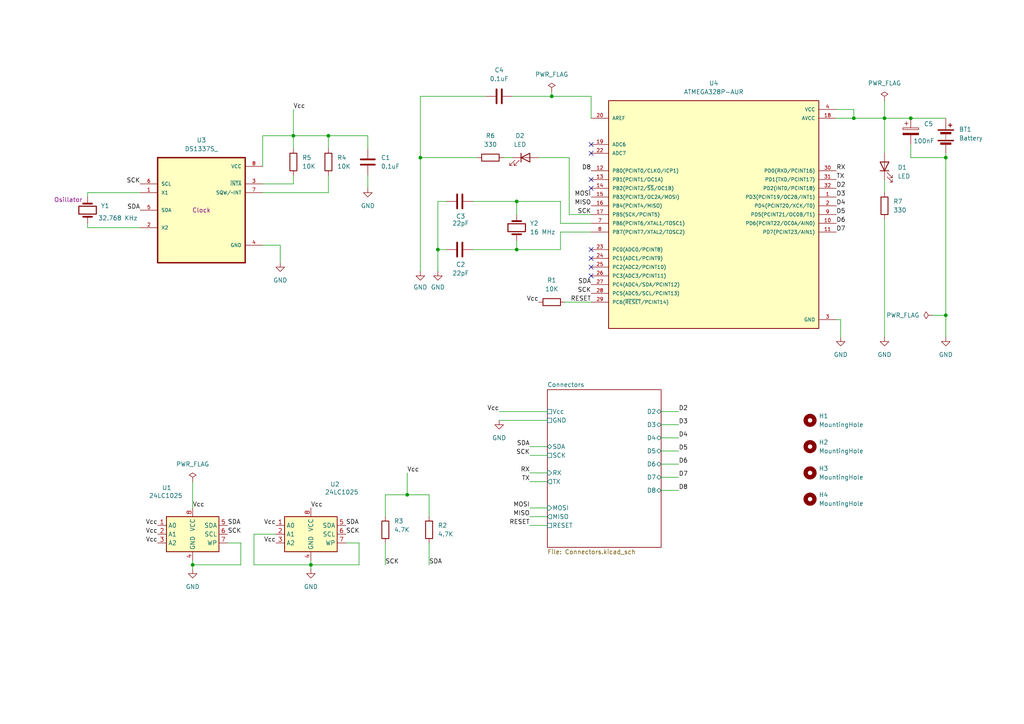
<source format=kicad_sch>
(kicad_sch (version 20250114) (generator "eeschema") (generator_version "9.0")
  (paper "A4")
  (title_block (title "${project_name}") (date "2025-11-30") (rev "1"))
  (lib_symbols
    (symbol "ATMEGA328P-AUR:ATMEGA328P-AUR" (pin_names (offset 1.016))
      (property "Reference" "U4" (at 0 38.1 0))
      (property "Value" "ATMEGA328P-AUR" (at 0 35.56 0))
      (symbol "ATMEGA328P-AUR_0_0"
        (rectangle (start -30.48 33.02) (end 30.48 -33.02) (stroke (width 0.254)) (fill (type background)))
        (pin power_in line (at -35.56 27.94 0) (length 5.08) (name "AREF") (number "20"))
        (pin input line (at -35.56 20.32 0) (length 5.08) (name "ADC6") (number "19"))
        (pin input line (at -35.56 17.78 0) (length 5.08) (name "ADC7") (number "22"))
        (pin bidirectional line (at -35.56 12.7 0) (length 5.08) (name "PB0(PCINT0/CLKO/ICP1)") (number "12"))
        (pin bidirectional line (at -35.56 10.16 0) (length 5.08) (name "PB1(PCINT1/OC1A)") (number "13"))
        (pin bidirectional line (at -35.56 7.62 0) (length 5.08) (name "PB2(PCINT2/~{SS}/OC1B)") (number "14"))
        (pin bidirectional line (at -35.56 5.08 0) (length 5.08) (name "PB3(PCINT3/OC2A/MOSI)") (number "15"))
        (pin bidirectional line (at -35.56 2.54 0) (length 5.08) (name "PB4(PCINT4/MISO)") (number "16"))
        (pin bidirectional line (at -35.56 0 0) (length 5.08) (name "PB5(SCK/PCINT5)") (number "17"))
        (pin bidirectional line (at -35.56 -2.54 0) (length 5.08) (name "PB6(PCINT6/XTAL1/TOSC1)") (number "7"))
        (pin bidirectional line (at -35.56 -5.08 0) (length 5.08) (name "PB7(PCINT7/XTAL2/TOSC2)") (number "8"))
        (pin bidirectional line (at -35.56 -10.16 0) (length 5.08) (name "PC0(ADC0/PCINT8)") (number "23"))
        (pin bidirectional line (at -35.56 -12.7 0) (length 5.08) (name "PC1(ADC1/PCINT9)") (number "24"))
        (pin bidirectional line (at -35.56 -15.24 0) (length 5.08) (name "PC2(ADC2/PCINT10)") (number "25"))
        (pin bidirectional line (at -35.56 -17.78 0) (length 5.08) (name "PC3(ADC3/PCINT11)") (number "26"))
        (pin bidirectional line (at -35.56 -20.32 0) (length 5.08) (name "PC4(ADC4/SDA/PCINT12)") (number "27"))
        (pin bidirectional line (at -35.56 -22.86 0) (length 5.08) (name "PC5(ADC5/SCL/PCINT13)") (number "28"))
        (pin bidirectional line (at -35.56 -25.4 0) (length 5.08) (name "PC6(~{RESET}/PCINT14)") (number "29"))
        (pin power_in line (at 35.56 30.48 180) (length 5.08) (name "VCC") (number "4"))
        (pin power_in line (at 35.56 30.48 180) (length 5.08) (hide yes) (name "VCC") (number "6"))
        (pin power_in line (at 35.56 27.94 180) (length 5.08) (name "AVCC") (number "18"))
        (pin bidirectional line (at 35.56 12.7 180) (length 5.08) (name "PD0(RXD/PCINT16)") (number "30"))
        (pin bidirectional line (at 35.56 10.16 180) (length 5.08) (name "PD1(TXD/PCINT17)") (number "31"))
        (pin bidirectional line (at 35.56 7.62 180) (length 5.08) (name "PD2(INT0/PCINT18)") (number "32"))
        (pin bidirectional line (at 35.56 5.08 180) (length 5.08) (name "PD3(PCINT19/OC2B/INT1)") (number "1"))
        (pin bidirectional line (at 35.56 2.54 180) (length 5.08) (name "PD4(PCINT20/XCK/T0)") (number "2"))
        (pin bidirectional line (at 35.56 0 180) (length 5.08) (name "PD5(PCINT21/OC0B/T1)") (number "9"))
        (pin bidirectional line (at 35.56 -2.54 180) (length 5.08) (name "PD6(PCINT22/OC0A/AIN0)") (number "10"))
        (pin bidirectional line (at 35.56 -5.08 180) (length 5.08) (name "PD7(PCINT23/AIN1)") (number "11"))
        (pin power_in line (at 35.56 -30.48 180) (length 5.08) (hide yes) (name "GND") (number "21"))
        (pin power_in line (at 35.56 -30.48 180) (length 5.08) (name "GND") (number "3"))
        (pin power_in line (at 35.56 -30.48 180) (length 5.08) (hide yes) (name "GND") (number "5"))
      )
    )
    (symbol "DS1337S_:DS1337S_" (pin_names (offset 1.016))
      (property "Reference" "U" (at -12.7 16.24 0))
      (property "Value" "DS1337S_" (at -12.7 -19.24 0))
      (symbol "DS1337S__0_0"
        (rectangle (start -12.7 -15.24) (end 12.7 15.24) (stroke (width 0.41)) (fill (type background)))
        (pin input line (at -17.78 7.62 0) (length 5.08) (name "SCL") (number "6"))
        (pin input line (at -17.78 5.08 0) (length 5.08) (name "X1") (number "1"))
        (pin bidirectional line (at -17.78 0 0) (length 5.08) (name "SDA") (number "5"))
        (pin bidirectional line (at -17.78 -5.08 0) (length 5.08) (name "X2") (number "2"))
        (pin power_in line (at 17.78 12.7 180) (length 5.08) (name "VCC") (number "8"))
        (pin output line (at 17.78 7.62 180) (length 5.08) (name "~{INTA}") (number "3"))
        (pin output line (at 17.78 5.08 180) (length 5.08) (name "SQW/~INT") (number "7"))
        (pin power_in line (at 17.78 -10.16 180) (length 5.08) (name "GND") (number "4"))
      )
    )
    (symbol "Device:Battery" (pin_numbers (hide yes)) (pin_names (offset 0) (hide yes))
      (property "Reference" "BT" (at 2.54 2.54 0))
      (property "Value" "Battery" (at 2.54 0 0))
      (symbol "Battery_0_1"
        (rectangle (start -2.286 1.778) (end 2.286 1.524) (fill (type outline)))
        (rectangle (start -2.286 -1.27) (end 2.286 -1.524) (fill (type outline)))
        (rectangle (start -1.524 1.016) (end 1.524 0.508) (fill (type outline)))
        (rectangle (start -1.524 -2.032) (end 1.524 -2.54) (fill (type outline)))
        (polyline (pts (xy 0 1.778) (xy 0 2.54)))
        (polyline (pts (xy 0 0) (xy 0 0.254)))
        (polyline (pts (xy 0 -0.508) (xy 0 -0.254)))
        (polyline (pts (xy 0 -1.016) (xy 0 -0.762)))
        (polyline (pts (xy 0.762 3.048) (xy 1.778 3.048)) (stroke (width 0.254)))
        (polyline (pts (xy 1.27 3.556) (xy 1.27 2.54)) (stroke (width 0.254)))
      )
      (symbol "Battery_1_1"
        (pin passive line (at 0 5.08 270) (length 2.54) (name "+") (number "1"))
        (pin passive line (at 0 -5.08 90) (length 2.54) (name "-") (number "2"))
      )
    )
    (symbol "Device:C" (pin_numbers (hide yes)) (pin_names (offset 0.254))
      (property "Reference" "C" (at 0.635 2.54 0))
      (property "Value" "C" (at 0.635 -2.54 0))
      (symbol "C_0_1"
        (polyline (pts (xy -2.032 0.762) (xy 2.032 0.762)) (stroke (width 0.508)))
        (polyline (pts (xy -2.032 -0.762) (xy 2.032 -0.762)) (stroke (width 0.508)))
      )
      (symbol "C_1_1"
        (pin passive line (at 0 3.81 270) (length 2.794) (name "~") (number "1"))
        (pin passive line (at 0 -3.81 90) (length 2.794) (name "~") (number "2"))
      )
    )
    (symbol "Device:C_Polarized" (pin_numbers (hide yes)) (pin_names (offset 0.254))
      (property "Reference" "C" (at 0.635 2.54 0))
      (property "Value" "C_Polarized" (at 0.635 -2.54 0))
      (symbol "C_Polarized_0_1"
        (rectangle (start -2.286 0.508) (end 2.286 1.016))
        (polyline (pts (xy -1.778 2.286) (xy -0.762 2.286)))
        (polyline (pts (xy -1.27 2.794) (xy -1.27 1.778)))
        (rectangle (start 2.286 -0.508) (end -2.286 -1.016) (fill (type outline)))
      )
      (symbol "C_Polarized_1_1"
        (pin passive line (at 0 3.81 270) (length 2.794) (name "~") (number "1"))
        (pin passive line (at 0 -3.81 90) (length 2.794) (name "~") (number "2"))
      )
    )
    (symbol "Device:Crystal" (pin_numbers (hide yes)) (pin_names (offset 1.016) (hide yes))
      (property "Reference" "Y" (at 0 3.81 0))
      (property "Value" "Crystal" (at 0 -3.81 0))
      (symbol "Crystal_0_1"
        (polyline (pts (xy -2.54 0) (xy -1.905 0)))
        (polyline (pts (xy -1.905 -1.27) (xy -1.905 1.27)) (stroke (width 0.508)))
        (rectangle (start -1.143 2.54) (end 1.143 -2.54) (stroke (width 0.3048)))
        (polyline (pts (xy 1.905 -1.27) (xy 1.905 1.27)) (stroke (width 0.508)))
        (polyline (pts (xy 2.54 0) (xy 1.905 0)))
      )
      (symbol "Crystal_1_1"
        (pin passive line (at -3.81 0 0) (length 1.27) (name "1") (number "1"))
        (pin passive line (at 3.81 0 180) (length 1.27) (name "2") (number "2"))
      )
    )
    (symbol "Device:LED" (pin_numbers (hide yes)) (pin_names (offset 1.016) (hide yes))
      (property "Reference" "D" (at 0 2.54 0))
      (property "Value" "LED" (at 0 -2.54 0))
      (symbol "LED_0_1"
        (polyline (pts (xy -3.048 -0.762) (xy -4.572 -2.286) (xy -3.81 -2.286) (xy -4.572 -2.286) (xy -4.572 -1.524)))
        (polyline (pts (xy -1.778 -0.762) (xy -3.302 -2.286) (xy -2.54 -2.286) (xy -3.302 -2.286) (xy -3.302 -1.524)))
        (polyline (pts (xy -1.27 0) (xy 1.27 0)))
        (polyline (pts (xy -1.27 -1.27) (xy -1.27 1.27)) (stroke (width 0.254)))
        (polyline (pts (xy 1.27 -1.27) (xy 1.27 1.27) (xy -1.27 0) (xy 1.27 -1.27)) (stroke (width 0.254)))
      )
      (symbol "LED_1_1"
        (pin passive line (at -3.81 0 0) (length 2.54) (name "K") (number "1"))
        (pin passive line (at 3.81 0 180) (length 2.54) (name "A") (number "2"))
      )
    )
    (symbol "Device:R" (pin_numbers (hide yes)) (pin_names (offset 0))
      (property "Reference" "R" (at 2.032 0 90))
      (property "Value" "R" (at 0 0 90))
      (symbol "R_0_1"
        (rectangle (start -1.016 -2.54) (end 1.016 2.54) (stroke (width 0.254)))
      )
      (symbol "R_1_1"
        (pin passive line (at 0 3.81 270) (length 1.27) (name "~") (number "1"))
        (pin passive line (at 0 -3.81 90) (length 1.27) (name "~") (number "2"))
      )
    )
    (symbol "Mechanical:MountingHole" (pin_names (offset 1.016)) (in_bom no)
      (property "Reference" "H" (at 0 5.08 0))
      (property "Value" "MountingHole" (at 0 3.175 0))
      (symbol "MountingHole_0_1"
        (circle (center 0 0) (radius 1.27) (stroke (width 1.27)))
      )
    )
    (symbol "Memory_EEPROM:24LC1025"
      (property "Reference" "U" (at -6.35 6.35 0))
      (property "Value" "24LC1025" (at 1.27 6.35 0))
      (symbol "24LC1025_1_1"
        (rectangle (start -7.62 5.08) (end 7.62 -5.08) (stroke (width 0.254)) (fill (type background)))
        (pin input line (at -10.16 2.54 0) (length 2.54) (name "A0") (number "1"))
        (pin input line (at -10.16 0 0) (length 2.54) (name "A1") (number "2"))
        (pin input line (at -10.16 -2.54 0) (length 2.54) (name "A2") (number "3"))
        (pin power_in line (at 0 7.62 270) (length 2.54) (name "VCC") (number "8"))
        (pin power_in line (at 0 -7.62 90) (length 2.54) (name "GND") (number "4"))
        (pin bidirectional line (at 10.16 2.54 180) (length 2.54) (name "SDA") (number "5"))
        (pin input line (at 10.16 0 180) (length 2.54) (name "SCL") (number "6"))
        (pin input line (at 10.16 -2.54 180) (length 2.54) (name "WP") (number "7"))
      )
    )
    (symbol "power:GND" (power) (pin_numbers (hide yes)) (pin_names (offset 0) (hide yes))
      (property "Value" "GND" (at 0 -3.81 0))
      (symbol "GND_0_1"
        (polyline (pts (xy 0 0) (xy 0 -1.27) (xy 1.27 -1.27) (xy 0 -2.54) (xy -1.27 -1.27) (xy 0 -1.27)))
      )
      (symbol "GND_1_1"
        (pin power_in line (at 0 0 270) (length 0) (name "~") (number "1"))
      )
    )
    (symbol "power:PWR_FLAG" (power) (pin_numbers (hide yes)) (pin_names (offset 0) (hide yes))
      (property "Value" "PWR_FLAG" (at 0 3.81 0))
      (symbol "PWR_FLAG_0_0"
        (pin power_out line (at 0 0 90) (length 0) (name "~") (number "1"))
      )
      (symbol "PWR_FLAG_0_1"
        (polyline (pts (xy 0 0) (xy 0 1.27) (xy -1.016 1.905) (xy 0 2.54) (xy 1.016 1.905) (xy 0 1.27)))
      )
    )
  )
  (junction (at 118.11 143.51))
  (junction (at 149.86 72.39))
  (junction (at 274.32 91.44))
  (junction (at 127 72.39))
  (junction (at 55.88 163.83))
  (junction (at 264.16 34.29))
  (junction (at 149.86 58.42))
  (junction (at 256.54 34.29))
  (junction (at 247.65 34.29))
  (junction (at 160.02 27.94))
  (junction (at 95.25 39.37))
  (junction (at 90.17 163.83))
  (junction (at 121.92 45.72))
  (junction (at 85.09 39.37))
  (junction (at 274.32 45.72))
  (no_connect (at 171.45 52.07))
  (no_connect (at 171.45 44.45))
  (no_connect (at 171.45 77.47))
  (no_connect (at 171.45 72.39))
  (no_connect (at 171.45 41.91))
  (no_connect (at 171.45 80.01))
  (no_connect (at 171.45 74.93))
  (no_connect (at 171.45 54.61))
  (wire (pts (xy 69.85 157.48) (xy 69.85 163.83)))
  (wire (pts (xy 247.65 34.29) (xy 256.54 34.29)))
  (wire (pts (xy 171.45 27.94) (xy 171.45 34.29)))
  (wire (pts (xy 243.84 92.71) (xy 243.84 97.79)))
  (wire (pts (xy 40.64 55.88) (xy 25.4 55.88)))
  (wire (pts (xy 76.2 55.88) (xy 95.25 55.88)))
  (wire (pts (xy 165.1 62.23) (xy 171.45 62.23)))
  (wire (pts (xy 256.54 29.21) (xy 256.54 34.29)))
  (wire (pts (xy 95.25 39.37) (xy 106.68 39.37)))
  (wire (pts (xy 55.88 139.7) (xy 55.88 147.32)))
  (wire (pts (xy 85.09 39.37) (xy 95.25 39.37)))
  (wire (pts (xy 242.57 34.29) (xy 247.65 34.29)))
  (wire (pts (xy 73.66 154.94) (xy 73.66 163.83)))
  (wire (pts (xy 163.83 87.63) (xy 171.45 87.63)))
  (wire (pts (xy 106.68 54.61) (xy 106.68 50.8)))
  (wire (pts (xy 149.86 72.39) (xy 162.56 72.39)))
  (wire (pts (xy 76.2 48.26) (xy 76.2 39.37)))
  (wire (pts (xy 274.32 45.72) (xy 274.32 91.44)))
  (wire (pts (xy 256.54 63.5) (xy 256.54 97.79)))
  (wire (pts (xy 80.01 154.94) (xy 73.66 154.94)))
  (wire (pts (xy 25.4 55.88) (xy 25.4 57.15)))
  (wire (pts (xy 162.56 58.42) (xy 149.86 58.42)))
  (wire (pts (xy 242.57 31.75) (xy 247.65 31.75)))
  (wire (pts (xy 191.77 142.24) (xy 196.85 142.24)))
  (wire (pts (xy 247.65 31.75) (xy 247.65 34.29)))
  (wire (pts (xy 66.04 157.48) (xy 69.85 157.48)))
  (wire (pts (xy 191.77 123.19) (xy 196.85 123.19)))
  (wire (pts (xy 121.92 27.94) (xy 121.92 45.72)))
  (wire (pts (xy 111.76 157.48) (xy 111.76 163.83)))
  (wire (pts (xy 160.02 26.67) (xy 160.02 27.94)))
  (wire (pts (xy 191.77 127) (xy 196.85 127)))
  (wire (pts (xy 256.54 34.29) (xy 256.54 44.45)))
  (wire (pts (xy 144.78 121.92) (xy 158.75 121.92)))
  (wire (pts (xy 162.56 67.31) (xy 171.45 67.31)))
  (wire (pts (xy 90.17 163.83) (xy 90.17 165.1)))
  (wire (pts (xy 129.54 58.42) (xy 127 58.42)))
  (wire (pts (xy 191.77 119.38) (xy 196.85 119.38)))
  (wire (pts (xy 274.32 44.45) (xy 274.32 45.72)))
  (wire (pts (xy 191.77 138.43) (xy 196.85 138.43)))
  (wire (pts (xy 165.1 45.72) (xy 165.1 62.23)))
  (wire (pts (xy 144.78 119.38) (xy 158.75 119.38)))
  (wire (pts (xy 85.09 50.8) (xy 85.09 53.34)))
  (wire (pts (xy 81.28 71.12) (xy 81.28 76.2)))
  (wire (pts (xy 140.97 27.94) (xy 121.92 27.94)))
  (wire (pts (xy 264.16 41.91) (xy 264.16 45.72)))
  (wire (pts (xy 162.56 64.77) (xy 162.56 58.42)))
  (wire (pts (xy 264.16 34.29) (xy 274.32 34.29)))
  (wire (pts (xy 55.88 162.56) (xy 55.88 163.83)))
  (wire (pts (xy 104.14 157.48) (xy 104.14 163.83)))
  (wire (pts (xy 124.46 143.51) (xy 124.46 149.86)))
  (wire (pts (xy 162.56 72.39) (xy 162.56 67.31)))
  (wire (pts (xy 95.25 39.37) (xy 95.25 43.18)))
  (wire (pts (xy 104.14 163.83) (xy 90.17 163.83)))
  (wire (pts (xy 69.85 163.83) (xy 55.88 163.83)))
  (wire (pts (xy 137.16 72.39) (xy 149.86 72.39)))
  (wire (pts (xy 118.11 143.51) (xy 124.46 143.51)))
  (wire (pts (xy 148.59 27.94) (xy 160.02 27.94)))
  (wire (pts (xy 270.51 91.44) (xy 274.32 91.44)))
  (wire (pts (xy 137.16 58.42) (xy 149.86 58.42)))
  (wire (pts (xy 153.67 139.7) (xy 158.75 139.7)))
  (wire (pts (xy 121.92 45.72) (xy 138.43 45.72)))
  (wire (pts (xy 256.54 52.07) (xy 256.54 55.88)))
  (wire (pts (xy 264.16 45.72) (xy 274.32 45.72)))
  (wire (pts (xy 111.76 149.86) (xy 111.76 143.51)))
  (wire (pts (xy 153.67 129.54) (xy 158.75 129.54)))
  (wire (pts (xy 160.02 27.94) (xy 171.45 27.94)))
  (wire (pts (xy 111.76 143.51) (xy 118.11 143.51)))
  (wire (pts (xy 73.66 163.83) (xy 90.17 163.83)))
  (wire (pts (xy 171.45 64.77) (xy 162.56 64.77)))
  (wire (pts (xy 153.67 132.08) (xy 158.75 132.08)))
  (wire (pts (xy 100.33 157.48) (xy 104.14 157.48)))
  (wire (pts (xy 153.67 147.32) (xy 158.75 147.32)))
  (wire (pts (xy 118.11 137.16) (xy 118.11 143.51)))
  (wire (pts (xy 76.2 39.37) (xy 85.09 39.37)))
  (wire (pts (xy 90.17 162.56) (xy 90.17 163.83)))
  (wire (pts (xy 85.09 39.37) (xy 85.09 43.18)))
  (wire (pts (xy 149.86 69.85) (xy 149.86 72.39)))
  (wire (pts (xy 85.09 31.75) (xy 85.09 39.37)))
  (wire (pts (xy 106.68 39.37) (xy 106.68 43.18)))
  (wire (pts (xy 153.67 137.16) (xy 158.75 137.16)))
  (wire (pts (xy 25.4 66.04) (xy 25.4 64.77)))
  (wire (pts (xy 124.46 157.48) (xy 124.46 163.83)))
  (wire (pts (xy 256.54 34.29) (xy 264.16 34.29)))
  (wire (pts (xy 121.92 45.72) (xy 121.92 78.74)))
  (wire (pts (xy 191.77 134.62) (xy 196.85 134.62)))
  (wire (pts (xy 149.86 58.42) (xy 149.86 62.23)))
  (wire (pts (xy 153.67 149.86) (xy 158.75 149.86)))
  (wire (pts (xy 146.05 45.72) (xy 148.59 45.72)))
  (wire (pts (xy 40.64 66.04) (xy 25.4 66.04)))
  (wire (pts (xy 127 72.39) (xy 129.54 72.39)))
  (wire (pts (xy 76.2 53.34) (xy 85.09 53.34)))
  (wire (pts (xy 95.25 55.88) (xy 95.25 50.8)))
  (wire (pts (xy 55.88 163.83) (xy 55.88 165.1)))
  (wire (pts (xy 127 58.42) (xy 127 72.39)))
  (wire (pts (xy 242.57 92.71) (xy 243.84 92.71)))
  (wire (pts (xy 156.21 45.72) (xy 165.1 45.72)))
  (wire (pts (xy 76.2 71.12) (xy 81.28 71.12)))
  (wire (pts (xy 127 78.74) (xy 127 72.39)))
  (wire (pts (xy 153.67 152.4) (xy 158.75 152.4)))
  (wire (pts (xy 274.32 91.44) (xy 274.32 97.79)))
  (wire (pts (xy 191.77 130.81) (xy 196.85 130.81)))
  (label "Vcc" (at 55.88 147.32 0))
  (label "SCK" (at 171.45 85.09 180))
  (label "MISO" (at 171.45 59.69 180))
  (label "D5" (at 242.57 62.23 0))
  (label "SDA" (at 100.33 152.4 0))
  (label "D3" (at 242.57 57.15 0))
  (label "D5" (at 196.85 130.81 0))
  (label "SDA" (at 124.46 163.83 0))
  (label "SCK" (at 171.45 62.23 180))
  (label "Vcc" (at 45.72 157.48 180))
  (label "SDA" (at 153.67 129.54 180))
  (label "SDA" (at 66.04 152.4 0))
  (label "RESET" (at 171.45 87.63 180))
  (label "Vcc" (at 118.11 137.16 0))
  (label "RX" (at 153.67 137.16 180))
  (label "MOSI" (at 171.45 57.15 180))
  (label "SDA" (at 171.45 82.55 180))
  (label "D6" (at 196.85 134.62 0))
  (label "SCK" (at 100.33 154.94 0))
  (label "Vcc" (at 85.09 31.75 0))
  (label "D8" (at 171.45 49.53 180))
  (label "Vcc" (at 80.01 157.48 180))
  (label "SCK" (at 66.04 154.94 0))
  (label "RX" (at 242.57 49.53 0))
  (label "MOSI" (at 153.67 147.32 180))
  (label "RESET" (at 153.67 152.4 180))
  (label "Vcc" (at 156.21 87.63 180))
  (label "D4" (at 196.85 127 0))
  (label "SCK" (at 111.76 163.83 0))
  (label "SCK" (at 40.64 53.34 180))
  (label "D3" (at 196.85 123.19 0))
  (label "D8" (at 196.85 142.24 0))
  (label "Vcc" (at 80.01 152.4 180))
  (label "Vcc" (at 45.72 154.94 180))
  (label "D2" (at 196.85 119.38 0))
  (label "D4" (at 242.57 59.69 0))
  (label "Vcc" (at 144.78 119.38 180))
  (label "MISO" (at 153.67 149.86 180))
  (label "SDA" (at 40.64 60.96 180))
  (label "TX" (at 153.67 139.7 180))
  (label "TX" (at 242.57 52.07 0))
  (label "D7" (at 196.85 138.43 0))
  (label "Vcc" (at 45.72 152.4 180))
  (label "D6" (at 242.57 64.77 0))
  (label "D7" (at 242.57 67.31 0))
  (label "SCK" (at 153.67 132.08 180))
  (label "Vcc" (at 90.17 147.32 0))
  (label "D2" (at 242.57 54.61 0))
  (symbol (lib_id "power:GND") (at 274.32 97.79 0) (unit 1)
    (property "Reference" "#PWR07" (effects (hide yes)))
    (property "Value" "GND" (at 274.32 102.87 0))
    (property "Description" "Power symbol creates a global label with name \"GND\" , ground" (effects (hide yes)))
  )
  (symbol (lib_id "power:GND") (at 144.78 121.92 0) (unit 1)
    (property "Reference" "#PWR09" (effects (hide yes)))
    (property "Value" "GND" (at 144.78 127 0))
    (property "Description" "Power symbol creates a global label with name \"GND\" , ground" (effects (hide yes)))
  )
  (symbol (lib_id "Device:Battery") (at 274.32 39.37 0) (unit 1)
    (property "Reference" "BT1" (at 278.13 37.5284 0) (effects (justify left)))
    (property "Value" "Battery" (at 278.13 40.0684 0) (effects (justify left)))
    (property "Footprint" "Connector_PinHeader_2.54mm:PinHeader_1x02_P2.54mm_Vertical" (effects (hide yes)))
    (property "Description" "Multiple-cell battery" (effects (hide yes)))
  )
  (symbol (lib_id "power:GND") (at 243.84 97.79 0) (unit 1)
    (property "Reference" "#PWR05" (effects (hide yes)))
    (property "Value" "GND" (at 243.84 102.87 0))
    (property "Description" "Power symbol creates a global label with name \"GND\" , ground" (effects (hide yes)))
  )
  (symbol (lib_id "power:PWR_FLAG") (at 55.88 139.7 0) (unit 1)
    (property "Reference" "#FLG03" (effects (hide yes)))
    (property "Value" "PWR_FLAG" (at 55.88 134.62 0))
    (property "Description" "Special symbol for telling ERC where power comes from" (effects (hide yes)))
  )
  (symbol (lib_id "Device:C") (at 144.78 27.94 90) (unit 1)
    (property "Reference" "C4" (at 144.78 20.32 90))
    (property "Value" "0.1uF" (at 144.78 22.86 90))
    (property "Footprint" "Capacitor_SMD:C_0805_2012Metric" (effects (hide yes)))
    (property "Description" "Unpolarized capacitor" (effects (hide yes)))
  )
  (symbol (lib_id "Device:C") (at 106.68 46.99 0) (unit 1)
    (property "Reference" "C1" (at 110.49 45.7199 0) (effects (justify left)))
    (property "Value" "0.1uF" (at 110.49 48.2599 0) (effects (justify left)))
    (property "Footprint" "Capacitor_SMD:C_0805_2012Metric" (effects (hide yes)))
    (property "Description" "Unpolarized capacitor" (effects (hide yes)))
  )
  (symbol (lib_id "power:GND") (at 55.88 165.1 0) (unit 1)
    (property "Reference" "#PWR03" (effects (hide yes)))
    (property "Value" "GND" (at 55.88 170.18 0))
    (property "Description" "Power symbol creates a global label with name \"GND\" , ground" (effects (hide yes)))
  )
  (symbol (lib_id "Device:C_Polarized") (at 264.16 38.1 0) (unit 1)
    (property "Reference" "C5" (at 267.97 35.9409 0) (effects (justify left)))
    (property "Value" "100nF" (at 264.922 40.894 0) (effects (justify left)))
    (property "Footprint" "Capacitor_SMD:C_0805_2012Metric" (effects (hide yes)))
    (property "Description" "Polarized capacitor" (effects (hide yes)))
  )
  (symbol (lib_id "power:GND") (at 90.17 165.1 0) (unit 1)
    (property "Reference" "#PWR04" (effects (hide yes)))
    (property "Value" "GND" (at 90.17 170.18 0))
    (property "Description" "Power symbol creates a global label with name \"GND\" , ground" (effects (hide yes)))
  )
  (symbol (lib_id "Mechanical:MountingHole") (at 234.95 144.78 0) (unit 1) (in_bom no)
    (property "Reference" "H4" (at 237.49 143.5099 0) (effects (justify left)))
    (property "Value" "MountingHole" (at 237.49 146.0499 0) (effects (justify left)))
    (property "Footprint" "MountingHole:MountingHole_2.1mm" (effects (hide yes)))
    (property "Description" "Mounting Hole without connection" (effects (hide yes)))
  )
  (symbol (lib_id "DS1337S_:DS1337S_") (at 58.42 60.96 0) (unit 1)
    (property "Reference" "U3" (at 58.42 40.64 0))
    (property "Value" "DS1337S_" (at 58.42 43.18 0))
    (property "Footprint" "Footprints:SOIC127P600X175-8N" (effects (hide yes)))
    (property "MF" "Maxim Integrated Products" (effects (hide yes)))
    (property "Description_1" "Real Time Clock (RTC) IC Clock/Calendar I2C, 2-Wire Serial 8-SOIC (0.154, 3.90mm Width)" (effects (hide yes)))
    (property "Package" "SOIC-8 Maxim" (effects (hide yes)))
    (property "Price" "None" (effects (hide yes)))
    (property "SnapEDA_Link" "https://www.snapeda.com/parts/DS1337S+/Maxim+Integrated/view-part/?ref=snap" (effects (hide yes)))
    (property "MP" "DS1337S+" (effects (hide yes)))
    (property "Availability" "In Stock" (effects (hide yes)))
    (property "Check_prices" "https://www.snapeda.com/parts/DS1337S+/Maxim+Integrated/view-part/?ref=eda" (effects (hide yes)))
    (property "Purpose" "Clock" (at 58.42 60.96 0))
  )
  (symbol (lib_id "Device:C") (at 133.35 72.39 90) (unit 1)
    (property "Reference" "C2" (at 133.604 76.708 90))
    (property "Value" "22pF" (at 133.604 79.248 90))
    (property "Footprint" "Capacitor_SMD:C_0805_2012Metric" (effects (hide yes)))
    (property "Description" "Unpolarized capacitor" (effects (hide yes)))
  )
  (symbol (lib_id "Device:R") (at 111.76 153.67 0) (unit 1)
    (property "Reference" "R3" (at 114.3 151.1299 0) (effects (justify left)))
    (property "Value" "4.7K" (at 114.3 153.6699 0) (effects (justify left)))
    (property "Footprint" "Resistor_SMD:R_0805_2012Metric" (effects (hide yes)))
    (property "Description" "Resistor" (effects (hide yes)))
    (property "Purpose" "Pull Up Resisitor" (effects (hide yes)))
  )
  (symbol (lib_id "Device:R") (at 95.25 46.99 0) (unit 1)
    (property "Reference" "R4" (at 97.79 45.7199 0) (effects (justify left)))
    (property "Value" "10K" (at 97.79 48.2599 0) (effects (justify left)))
    (property "Footprint" "Resistor_SMD:R_0805_2012Metric" (effects (hide yes)))
    (property "Description" "Resistor" (effects (hide yes)))
  )
  (symbol (lib_id "Device:R") (at 256.54 59.69 0) (unit 1)
    (property "Reference" "R7" (at 259.08 58.4199 0) (effects (justify left)))
    (property "Value" "330" (at 259.08 60.9599 0) (effects (justify left)))
    (property "Footprint" "Resistor_SMD:R_0805_2012Metric" (effects (hide yes)))
    (property "Description" "Resistor" (effects (hide yes)))
  )
  (symbol (lib_id "power:GND") (at 127 78.74 0) (unit 1)
    (property "Reference" "#PWR08" (effects (hide yes)))
    (property "Value" "GND" (at 129.032 83.312 0) (effects (justify right)))
    (property "Description" "Power symbol creates a global label with name \"GND\" , ground" (effects (hide yes)))
  )
  (symbol (lib_id "Device:C") (at 133.35 58.42 90) (unit 1)
    (property "Reference" "C3" (at 133.604 62.738 90))
    (property "Value" "22pF" (at 133.604 64.77 90))
    (property "Footprint" "Capacitor_SMD:C_0805_2012Metric" (effects (hide yes)))
    (property "Description" "Unpolarized capacitor" (effects (hide yes)))
  )
  (symbol (lib_id "Device:R") (at 85.09 46.99 0) (unit 1)
    (property "Reference" "R5" (at 87.63 45.7199 0) (effects (justify left)))
    (property "Value" "10K" (at 87.63 48.2599 0) (effects (justify left)))
    (property "Footprint" "Resistor_SMD:R_0805_2012Metric" (effects (hide yes)))
    (property "Description" "Resistor" (effects (hide yes)))
  )
  (symbol (lib_id "Mechanical:MountingHole") (at 234.95 137.16 0) (unit 1) (in_bom no)
    (property "Reference" "H3" (at 237.49 135.8899 0) (effects (justify left)))
    (property "Value" "MountingHole" (at 237.49 138.4299 0) (effects (justify left)))
    (property "Footprint" "MountingHole:MountingHole_2.1mm" (effects (hide yes)))
    (property "Description" "Mounting Hole without connection" (effects (hide yes)))
  )
  (symbol (lib_id "power:PWR_FLAG") (at 160.02 26.67 0) (unit 1)
    (property "Reference" "#FLG04" (effects (hide yes)))
    (property "Value" "PWR_FLAG" (at 160.02 21.59 0))
    (property "Description" "Special symbol for telling ERC where power comes from" (effects (hide yes)))
  )
  (symbol (lib_id "Mechanical:MountingHole") (at 234.95 129.54 0) (unit 1) (in_bom no)
    (property "Reference" "H2" (at 237.49 128.2699 0) (effects (justify left)))
    (property "Value" "MountingHole" (at 237.49 130.8099 0) (effects (justify left)))
    (property "Footprint" "MountingHole:MountingHole_2.1mm" (effects (hide yes)))
    (property "Description" "Mounting Hole without connection" (effects (hide yes)))
  )
  (symbol (lib_id "Memory_EEPROM:24LC1025") (at 55.88 154.94 0) (unit 1)
    (property "Reference" "U1" (at 46.99 141.478 0) (effects (justify left)))
    (property "Value" "24LC1025" (at 43.18 143.764 0) (effects (justify left)))
    (property "Footprint" "Package_SO:SOIC-8_5.3x5.3mm_P1.27mm" (effects (hide yes)))
    (property "Datasheet" "http://ww1.microchip.com/downloads/en/DeviceDoc/21941B.pdf" (effects (hide yes)))
    (property "Description" "I2C Serial EEPROM, 1024Kb, DIP-8/SOIC-8/TSSOP-8/DFN-8" (effects (hide yes)))
  )
  (symbol (lib_id "Device:R") (at 124.46 153.67 0) (unit 1)
    (property "Reference" "R2" (at 127 152.3999 0) (effects (justify left)))
    (property "Value" "4.7K" (at 127 154.9399 0) (effects (justify left)))
    (property "Footprint" "Resistor_SMD:R_0805_2012Metric" (effects (hide yes)))
    (property "Description" "Resistor" (effects (hide yes)))
    (property "Purpose" "Pull Up Resisitor" (effects (hide yes)))
  )
  (symbol (lib_id "power:PWR_FLAG") (at 256.54 29.21 0) (unit 1)
    (property "Reference" "#FLG01" (effects (hide yes)))
    (property "Value" "PWR_FLAG" (at 256.54 24.13 0))
    (property "Description" "Special symbol for telling ERC where power comes from" (effects (hide yes)))
  )
  (symbol (lib_id "ATMEGA328P-AUR:ATMEGA328P-AUR") (at 207.01 62.23 0) (unit 1)
    (property "Reference" "U4" (at 207.01 24.13 0))
    (property "Value" "ATMEGA328P-AUR" (at 207.01 26.67 0))
    (property "Footprint" "Footprints:QFP80P900X900X120-32N" (effects (hide yes)))
    (property "MF" "Microchip" (effects (hide yes)))
    (property "Description_1" "AVR AVR® ATmega Microcontroller IC 8-Bit 20MHz 32KB (16K x 16) FLASH 32-TQFP (7x7)" (effects (hide yes)))
    (property "Package" "TQFP-32 Microchip" (effects (hide yes)))
    (property "Price" "None" (effects (hide yes)))
    (property "STANDARD" "IPC-7351B" (effects (hide yes)))
    (property "PARTREV" "A" (effects (hide yes)))
    (property "SnapEDA_Link" "https://www.snapeda.com/parts/ATMEGA328P-AUR/Microchip+Technology/view-part/?ref=snap" (effects (hide yes)))
    (property "MP" "ATMEGA328P-AUR" (effects (hide yes)))
    (property "Availability" "In Stock" (effects (hide yes)))
    (property "Check_prices" "https://www.snapeda.com/parts/ATMEGA328P-AUR/Microchip+Technology/view-part/?ref=eda" (effects (hide yes)))
  )
  (symbol (lib_id "power:PWR_FLAG") (at 270.51 91.44 90) (unit 1)
    (property "Reference" "#FLG02" (effects (hide yes)))
    (property "Value" "PWR_FLAG" (at 266.7 91.4399 90) (effects (justify left)))
    (property "Description" "Special symbol for telling ERC where power comes from" (effects (hide yes)))
  )
  (symbol (lib_id "power:GND") (at 81.28 76.2 0) (unit 1)
    (property "Reference" "#PWR01" (effects (hide yes)))
    (property "Value" "GND" (at 81.28 81.28 0))
    (property "Description" "Power symbol creates a global label with name \"GND\" , ground" (effects (hide yes)))
  )
  (symbol (lib_id "Device:Crystal") (at 25.4 60.96 90) (unit 1)
    (property "Reference" "Y1" (at 29.21 59.6899 90) (effects (justify right)))
    (property "Value" "32.768 KHz" (at 28.448 63.246 90) (effects (justify right)))
    (property "Footprint" "Crystal:Crystal_SMD_5032-2Pin_5.0x3.2mm_HandSoldering" (effects (hide yes)))
    (property "Description" "Two pin crystal Oscillator" (effects (hide yes)))
    (property "Purpose" "Osillator" (at 19.812 57.912 90))
  )
  (symbol (lib_id "Device:R") (at 142.24 45.72 90) (unit 1)
    (property "Reference" "R6" (at 142.24 39.37 90))
    (property "Value" "330" (at 142.24 41.91 90))
    (property "Footprint" "Resistor_SMD:R_0805_2012Metric" (effects (hide yes)))
    (property "Description" "Resistor" (effects (hide yes)))
  )
  (symbol (lib_id "power:GND") (at 121.92 78.74 0) (unit 1)
    (property "Reference" "#PWR06" (effects (hide yes)))
    (property "Value" "GND" (at 123.952 83.312 0) (effects (justify right)))
    (property "Description" "Power symbol creates a global label with name \"GND\" , ground" (effects (hide yes)))
  )
  (symbol (lib_id "power:GND") (at 106.68 54.61 0) (unit 1)
    (property "Reference" "#PWR02" (effects (hide yes)))
    (property "Value" "GND" (at 106.68 59.69 0))
    (property "Description" "Power symbol creates a global label with name \"GND\" , ground" (effects (hide yes)))
  )
  (symbol (lib_id "Device:R") (at 160.02 87.63 90) (unit 1)
    (property "Reference" "R1" (at 160.02 81.28 90))
    (property "Value" "10K" (at 160.02 83.82 90))
    (property "Footprint" "Resistor_SMD:R_0805_2012Metric" (effects (hide yes)))
    (property "Description" "Resistor" (effects (hide yes)))
    (property "Purpose" "Pull-Up resistor" (effects (hide yes)))
  )
  (symbol (lib_id "power:GND") (at 256.54 97.79 0) (unit 1)
    (property "Reference" "#PWR010" (effects (hide yes)))
    (property "Value" "GND" (at 256.54 102.87 0))
    (property "Description" "Power symbol creates a global label with name \"GND\" , ground" (effects (hide yes)))
  )
  (symbol (lib_id "Device:LED") (at 152.4 45.72 0) (unit 1)
    (property "Reference" "D2" (at 150.8125 39.37 0))
    (property "Value" "LED" (at 150.8125 41.91 0))
    (property "Footprint" "LED_SMD:LED_0805_2012Metric" (effects (hide yes)))
    (property "Description" "Light emitting diode" (effects (hide yes)))
    (property "Sim.Pins" "1=K 2=A" (effects (hide yes)))
  )
  (symbol (lib_id "Device:Crystal") (at 149.86 66.04 90) (unit 1)
    (property "Reference" "Y2" (at 153.67 64.7699 90) (effects (justify right)))
    (property "Value" "16 MHz" (at 153.67 67.3099 90) (effects (justify right)))
    (property "Footprint" "Crystal:Crystal_SMD_5032-2Pin_5.0x3.2mm_HandSoldering" (effects (hide yes)))
    (property "Description" "Two pin crystal" (effects (hide yes)))
  )
  (symbol (lib_id "Memory_EEPROM:24LC1025") (at 90.17 154.94 0) (unit 1)
    (property "Reference" "U2" (at 95.758 140.462 0) (effects (justify left)))
    (property "Value" "24LC1025" (at 94.234 142.748 0) (effects (justify left)))
    (property "Footprint" "Package_SO:SOIC-8_5.3x5.3mm_P1.27mm" (effects (hide yes)))
    (property "Datasheet" "http://ww1.microchip.com/downloads/en/DeviceDoc/21941B.pdf" (effects (hide yes)))
    (property "Description" "I2C Serial EEPROM, 1024Kb, DIP-8/SOIC-8/TSSOP-8/DFN-8" (effects (hide yes)))
  )
  (symbol (lib_id "Device:LED") (at 256.54 48.26 90) (unit 1)
    (property "Reference" "D1" (at 260.35 48.5774 90) (effects (justify right)))
    (property "Value" "LED" (at 260.35 51.1174 90) (effects (justify right)))
    (property "Footprint" "LED_SMD:LED_0805_2012Metric" (effects (hide yes)))
    (property "Description" "Light emitting diode" (effects (hide yes)))
    (property "Sim.Pins" "1=K 2=A" (effects (hide yes)))
  )
  (symbol (lib_id "Mechanical:MountingHole") (at 234.95 121.92 0) (unit 1) (in_bom no)
    (property "Reference" "H1" (at 237.49 120.6499 0) (effects (justify left)))
    (property "Value" "MountingHole" (at 237.49 123.19 0) (effects (justify left)))
    (property "Footprint" "MountingHole:MountingHole_2.1mm" (effects (hide yes)))
    (property "Description" "Mounting Hole without connection" (effects (hide yes)))
  )
  (sheet (at 158.75 113.03) (size 33.02 45.72) (stroke (width 0.1524))
    (property "Sheetname" "Connectors" (at 158.75 112.3184 0) (effects (justify left bottom)))
    (property "Sheetfile" "Connectors.kicad_sch" (at 158.75 159.3346 0) (effects (justify left top)))
    (pin "Vcc" passive (at 158.75 119.38 180))
    (pin "GND" passive (at 158.75 121.92 180))
    (pin "SDA" bidirectional (at 158.75 129.54 180))
    (pin "SCK" passive (at 158.75 132.08 180))
    (pin "RX" input (at 158.75 137.16 180))
    (pin "TX" output (at 158.75 139.7 180))
    (pin "D2" bidirectional (at 191.77 119.38 0))
    (pin "D3" bidirectional (at 191.77 123.19 0))
    (pin "D4" bidirectional (at 191.77 127 0))
    (pin "D5" bidirectional (at 191.77 130.81 0))
    (pin "D6" bidirectional (at 191.77 134.62 0))
    (pin "D7" bidirectional (at 191.77 138.43 0))
    (pin "D8" bidirectional (at 191.77 142.24 0))
    (pin "MISO" output (at 158.75 149.86 180))
    (pin "MOSI" input (at 158.75 147.32 180))
    (pin "RESET" passive (at 158.75 152.4 180))
  )
)
</source>
